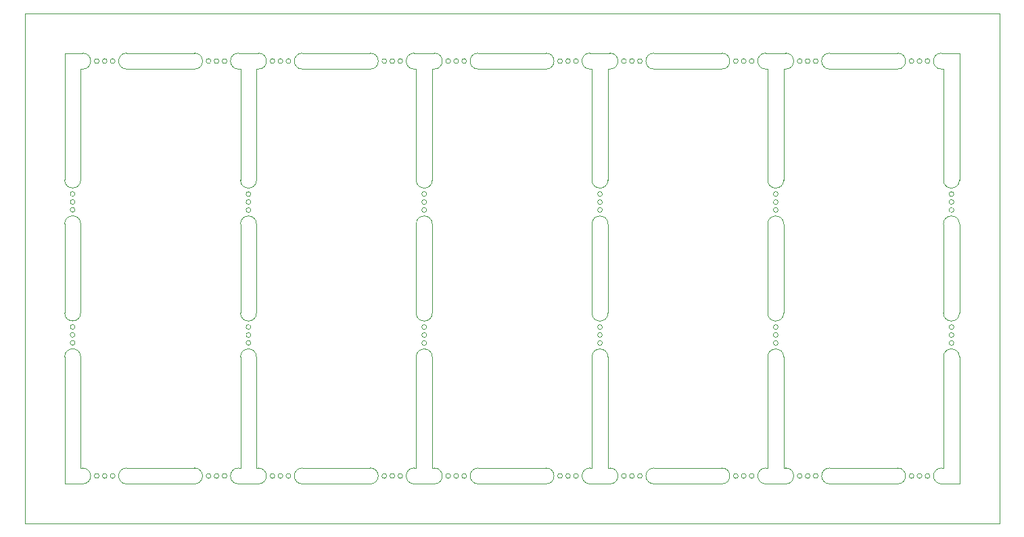
<source format=gm1>
%TF.GenerationSoftware,KiCad,Pcbnew,7.0.1*%
%TF.CreationDate,2023-10-09T01:52:19+02:00*%
%TF.ProjectId,current_probe,63757272-656e-4745-9f70-726f62652e6b,rev?*%
%TF.SameCoordinates,Original*%
%TF.FileFunction,Profile,NP*%
%FSLAX46Y46*%
G04 Gerber Fmt 4.6, Leading zero omitted, Abs format (unit mm)*
G04 Created by KiCad (PCBNEW 7.0.1) date 2023-10-09 01:52:19*
%MOMM*%
%LPD*%
G01*
G04 APERTURE LIST*
%TA.AperFunction,Profile*%
%ADD10C,0.100000*%
%TD*%
G04 APERTURE END LIST*
D10*
X147999978Y-96000000D02*
X147999851Y-109916554D01*
X146300800Y-94999400D02*
G75*
G03*
X146300800Y-94999400I-300000J0D01*
G01*
X166300647Y-146999253D02*
G75*
G03*
X166300647Y-146999253I-300000J0D01*
G01*
X191999807Y-109916554D02*
G75*
G03*
X193999807Y-109916554I1000000J0D01*
G01*
X105289500Y-128320400D02*
G75*
G03*
X105289500Y-128320400I-300000J0D01*
G01*
X142250800Y-95999400D02*
G75*
G03*
X142250800Y-93999400I0J1000000D01*
G01*
X128250000Y-96000000D02*
G75*
G03*
X128250000Y-94000000I0J1000000D01*
G01*
X197299803Y-146999853D02*
G75*
G03*
X197299803Y-146999853I-300000J0D01*
G01*
X105989500Y-132070400D02*
G75*
G03*
X103989500Y-132070400I-1000000J0D01*
G01*
X147999851Y-132083204D02*
X148000669Y-145999253D01*
X120250691Y-147999347D02*
G75*
G03*
X120250691Y-145999253I9J1000047D01*
G01*
X120250000Y-94000000D02*
X111749200Y-94000600D01*
X131299869Y-146999853D02*
G75*
G03*
X131299869Y-146999853I-300000J0D01*
G01*
X106249200Y-94000600D02*
X103999200Y-94000600D01*
X213750603Y-147999253D02*
X216000603Y-147999253D01*
X215999784Y-145999854D02*
X215999785Y-132083204D01*
X105289500Y-129320400D02*
G75*
G03*
X105289500Y-129320400I-300000J0D01*
G01*
X190300800Y-94999400D02*
G75*
G03*
X190300800Y-94999400I-300000J0D01*
G01*
X127299873Y-129333204D02*
G75*
G03*
X127299873Y-129333204I-300000J0D01*
G01*
X130300000Y-95000000D02*
G75*
G03*
X130300000Y-95000000I-300000J0D01*
G01*
X213750800Y-93999400D02*
G75*
G03*
X213750800Y-95999400I0J-1000000D01*
G01*
X133750000Y-94000000D02*
X142250800Y-93999400D01*
X186250800Y-95999400D02*
X177750000Y-96000000D01*
X199749803Y-145999853D02*
X208250603Y-145999253D01*
X208250800Y-95999400D02*
G75*
G03*
X208250800Y-93999400I0J1000000D01*
G01*
X168300800Y-94999400D02*
G75*
G03*
X168300800Y-94999400I-300000J0D01*
G01*
X109299200Y-95000600D02*
G75*
G03*
X109299200Y-95000600I-300000J0D01*
G01*
X189300625Y-146999253D02*
G75*
G03*
X189300625Y-146999253I-300000J0D01*
G01*
X110299891Y-146999853D02*
G75*
G03*
X110299891Y-146999853I-300000J0D01*
G01*
X216000000Y-94000000D02*
X213750800Y-93999400D01*
X196300000Y-95000000D02*
G75*
G03*
X196300000Y-95000000I-300000J0D01*
G01*
X147999851Y-126583204D02*
G75*
G03*
X149999851Y-126583204I1000000J0D01*
G01*
X177750000Y-94000000D02*
X186250800Y-93999400D01*
X169750800Y-93999906D02*
G75*
G03*
X169750800Y-95998894I0J-999494D01*
G01*
X150250000Y-96000000D02*
X149999850Y-95999904D01*
X171999829Y-132083204D02*
G75*
G03*
X169999829Y-132083204I-1000000J0D01*
G01*
X215299785Y-113666554D02*
G75*
G03*
X215299785Y-113666554I-300000J0D01*
G01*
X171299829Y-130333204D02*
G75*
G03*
X171299829Y-130333204I-300000J0D01*
G01*
X186250625Y-147999347D02*
G75*
G03*
X186250625Y-145999253I-25J1000047D01*
G01*
X196299803Y-146999853D02*
G75*
G03*
X196299803Y-146999853I-300000J0D01*
G01*
X149299851Y-113666554D02*
G75*
G03*
X149299851Y-113666554I-300000J0D01*
G01*
X193299807Y-112666554D02*
G75*
G03*
X193299807Y-112666554I-300000J0D01*
G01*
X171999828Y-145999854D02*
X171999829Y-132083204D01*
X191750625Y-145999347D02*
G75*
G03*
X191750625Y-147999253I-25J-999953D01*
G01*
X133749869Y-145999947D02*
G75*
G03*
X133749869Y-147999853I31J-999953D01*
G01*
X177749825Y-147999853D02*
X186250625Y-147999253D01*
X215299785Y-130333204D02*
G75*
G03*
X215299785Y-130333204I-300000J0D01*
G01*
X149299851Y-112666554D02*
G75*
G03*
X149299851Y-112666554I-300000J0D01*
G01*
X125750000Y-94000000D02*
X128250000Y-94000000D01*
X169750647Y-147999253D02*
X172250644Y-147999254D01*
X186250800Y-95999400D02*
G75*
G03*
X186250800Y-93999400I0J1000000D01*
G01*
X169999829Y-126583204D02*
G75*
G03*
X171999829Y-126583204I1000000J0D01*
G01*
X111749891Y-145999947D02*
G75*
G03*
X111749891Y-147999853I9J-999953D01*
G01*
X149999850Y-145999854D02*
X149999851Y-132083204D01*
X130299869Y-146999853D02*
G75*
G03*
X130299869Y-146999853I-300000J0D01*
G01*
X106249200Y-96000600D02*
G75*
G03*
X106249200Y-94000600I0J1000000D01*
G01*
X191999934Y-96000000D02*
X191999807Y-109916554D01*
X191750800Y-93999400D02*
G75*
G03*
X191750800Y-95999400I0J-1000000D01*
G01*
X213999912Y-96000000D02*
X213999785Y-109916554D01*
X125999873Y-109916554D02*
G75*
G03*
X127999873Y-109916554I1000000J0D01*
G01*
X177750000Y-94000000D02*
G75*
G03*
X177750000Y-96000000I0J-1000000D01*
G01*
X155749847Y-145999947D02*
G75*
G03*
X155749847Y-147999853I-47J-999953D01*
G01*
X191999807Y-115416554D02*
X191999807Y-126583204D01*
X191750800Y-93999400D02*
X194250000Y-94000000D01*
X123300000Y-95000000D02*
G75*
G03*
X123300000Y-95000000I-300000J0D01*
G01*
X125750000Y-96000000D02*
X126000000Y-96000000D01*
X144300669Y-146999253D02*
G75*
G03*
X144300669Y-146999253I-300000J0D01*
G01*
X155749847Y-145999853D02*
X164250647Y-145999253D01*
X213999786Y-145999854D02*
X213750603Y-145999253D01*
X211300800Y-94999400D02*
G75*
G03*
X211300800Y-94999400I-300000J0D01*
G01*
X124300691Y-146999253D02*
G75*
G03*
X124300691Y-146999253I-300000J0D01*
G01*
X103989500Y-115405400D02*
X103989500Y-126570400D01*
X149999851Y-109916554D02*
X149999850Y-95999904D01*
X122300691Y-146999253D02*
G75*
G03*
X122300691Y-146999253I-300000J0D01*
G01*
X127999872Y-95999904D02*
X128250000Y-96000000D01*
X131300000Y-95000000D02*
G75*
G03*
X131300000Y-95000000I-300000J0D01*
G01*
X152300000Y-95000000D02*
G75*
G03*
X152300000Y-95000000I-300000J0D01*
G01*
X127299873Y-112666554D02*
G75*
G03*
X127299873Y-112666554I-300000J0D01*
G01*
X147750669Y-147999253D02*
X150249847Y-147999853D01*
X148000000Y-96000000D02*
X147750800Y-96000000D01*
X166300800Y-94999400D02*
G75*
G03*
X166300800Y-94999400I-300000J0D01*
G01*
X103999896Y-147999852D02*
X106249891Y-147999853D01*
X171999829Y-109916554D02*
X171999828Y-95999904D01*
X212300800Y-94999400D02*
G75*
G03*
X212300800Y-94999400I-300000J0D01*
G01*
X193299807Y-113666554D02*
G75*
G03*
X193299807Y-113666554I-300000J0D01*
G01*
X199749803Y-145999947D02*
G75*
G03*
X199749803Y-147999853I-3J-999953D01*
G01*
X150249847Y-147999947D02*
G75*
G03*
X150249847Y-145999853I-47J1000047D01*
G01*
X199749803Y-147999853D02*
X208250603Y-147999253D01*
X215299785Y-129333204D02*
G75*
G03*
X215299785Y-129333204I-300000J0D01*
G01*
X169999830Y-96000096D02*
X169750800Y-95999496D01*
X142250669Y-147999347D02*
G75*
G03*
X142250669Y-145999253I31J1000047D01*
G01*
X215299785Y-128333204D02*
G75*
G03*
X215299785Y-128333204I-300000J0D01*
G01*
X125750000Y-94000000D02*
G75*
G03*
X125750000Y-96000000I0J-1000000D01*
G01*
X125750691Y-145999347D02*
G75*
G03*
X125750691Y-147999253I9J-999953D01*
G01*
X192000625Y-145999253D02*
X191750625Y-145999253D01*
X168300647Y-146999253D02*
G75*
G03*
X168300647Y-146999253I-300000J0D01*
G01*
X198299803Y-146999853D02*
G75*
G03*
X198299803Y-146999853I-300000J0D01*
G01*
X175299825Y-146999853D02*
G75*
G03*
X175299825Y-146999853I-300000J0D01*
G01*
X169999829Y-115416554D02*
X169999829Y-126583204D01*
X167300800Y-94999400D02*
G75*
G03*
X167300800Y-94999400I-300000J0D01*
G01*
X105289500Y-111655400D02*
G75*
G03*
X105289500Y-111655400I-300000J0D01*
G01*
X169999829Y-132083204D02*
X169999830Y-145999854D01*
X147999851Y-109916554D02*
G75*
G03*
X149999851Y-109916554I1000000J0D01*
G01*
X215999785Y-132083204D02*
G75*
G03*
X213999785Y-132083204I-1000000J0D01*
G01*
X213999785Y-115416554D02*
X213999785Y-126583204D01*
X147750800Y-93998800D02*
G75*
G03*
X147750800Y-96000000I0J-1000600D01*
G01*
X191999807Y-126583204D02*
G75*
G03*
X193999807Y-126583204I1000000J0D01*
G01*
X120250000Y-96000000D02*
G75*
G03*
X120250000Y-94000000I0J1000000D01*
G01*
X188300625Y-146999253D02*
G75*
G03*
X188300625Y-146999253I-300000J0D01*
G01*
X126000691Y-145999253D02*
X125750691Y-145999253D01*
X189300800Y-94999400D02*
G75*
G03*
X189300800Y-94999400I-300000J0D01*
G01*
X171999829Y-126583204D02*
X171999829Y-115416554D01*
X216000603Y-147999253D02*
X215999784Y-145999854D01*
X124300000Y-95000000D02*
G75*
G03*
X124300000Y-95000000I-300000J0D01*
G01*
X108299200Y-95000600D02*
G75*
G03*
X108299200Y-95000600I-300000J0D01*
G01*
X194249803Y-145999853D02*
X193999806Y-145999854D01*
X149299851Y-111666554D02*
G75*
G03*
X149299851Y-111666554I-300000J0D01*
G01*
X133749869Y-145999853D02*
X142250669Y-145999253D01*
X125999873Y-126583204D02*
G75*
G03*
X127999873Y-126583204I1000000J0D01*
G01*
X103989500Y-132070400D02*
X103999896Y-147666519D01*
X210300603Y-146999253D02*
G75*
G03*
X210300603Y-146999253I-300000J0D01*
G01*
X155750000Y-94000000D02*
X164250800Y-93999400D01*
X132299869Y-146999853D02*
G75*
G03*
X132299869Y-146999853I-300000J0D01*
G01*
X215999785Y-126583204D02*
X215999785Y-115416554D01*
X146300669Y-146999253D02*
G75*
G03*
X146300669Y-146999253I-300000J0D01*
G01*
X142250800Y-95999400D02*
X133750000Y-96000000D01*
X149299851Y-128333204D02*
G75*
G03*
X149299851Y-128333204I-300000J0D01*
G01*
X149299851Y-129333204D02*
G75*
G03*
X149299851Y-129333204I-300000J0D01*
G01*
X106249891Y-145999853D02*
X105999891Y-145999853D01*
X154300000Y-95000000D02*
G75*
G03*
X154300000Y-95000000I-300000J0D01*
G01*
X153299847Y-146999853D02*
G75*
G03*
X153299847Y-146999853I-300000J0D01*
G01*
X126000000Y-96000000D02*
X125999873Y-109916554D01*
X147750669Y-145999347D02*
G75*
G03*
X147750669Y-147999253I31J-999953D01*
G01*
X171999828Y-95999904D02*
X172250000Y-96000000D01*
X172250000Y-96000000D02*
G75*
G03*
X172250000Y-94000000I0J1000000D01*
G01*
X191750625Y-147999253D02*
X194250622Y-147999254D01*
X212300603Y-146999253D02*
G75*
G03*
X212300603Y-146999253I-300000J0D01*
G01*
X150249847Y-145999853D02*
X149999850Y-145999854D01*
X147999851Y-115416554D02*
X147999851Y-126583204D01*
X174300000Y-95000000D02*
G75*
G03*
X174300000Y-95000000I-300000J0D01*
G01*
X127299873Y-130333204D02*
G75*
G03*
X127299873Y-130333204I-300000J0D01*
G01*
X171299829Y-128333204D02*
G75*
G03*
X171299829Y-128333204I-300000J0D01*
G01*
X111749891Y-147999853D02*
X120250691Y-147999253D01*
X199750000Y-96000000D02*
X208250800Y-95999400D01*
X128249869Y-145999853D02*
X127999872Y-145999854D01*
X164250647Y-147999347D02*
G75*
G03*
X164250647Y-145999253I-47J1000047D01*
G01*
X215299785Y-112666554D02*
G75*
G03*
X215299785Y-112666554I-300000J0D01*
G01*
X127299873Y-113666554D02*
G75*
G03*
X127299873Y-113666554I-300000J0D01*
G01*
X167300647Y-146999253D02*
G75*
G03*
X167300647Y-146999253I-300000J0D01*
G01*
X108299891Y-146999853D02*
G75*
G03*
X108299891Y-146999853I-300000J0D01*
G01*
X176299825Y-146999853D02*
G75*
G03*
X176299825Y-146999853I-300000J0D01*
G01*
X153300000Y-95000000D02*
G75*
G03*
X153300000Y-95000000I-300000J0D01*
G01*
X144300800Y-94999400D02*
G75*
G03*
X144300800Y-94999400I-300000J0D01*
G01*
X191999808Y-132083204D02*
X191999808Y-145999854D01*
X213999785Y-109916554D02*
G75*
G03*
X215999785Y-109916554I1000000J0D01*
G01*
X210300800Y-94999400D02*
G75*
G03*
X210300800Y-94999400I-300000J0D01*
G01*
X213999785Y-126583204D02*
G75*
G03*
X215999785Y-126583204I1000000J0D01*
G01*
X109299891Y-146999853D02*
G75*
G03*
X109299891Y-146999853I-300000J0D01*
G01*
X106249891Y-147999947D02*
G75*
G03*
X106249891Y-145999853I9J1000047D01*
G01*
X122300000Y-95000000D02*
G75*
G03*
X122300000Y-95000000I-300000J0D01*
G01*
X171299829Y-129333204D02*
G75*
G03*
X171299829Y-129333204I-300000J0D01*
G01*
X127999873Y-126583204D02*
X127999873Y-115416554D01*
X125999873Y-115416554D02*
X125999873Y-126583204D01*
X213999785Y-132083204D02*
X213999786Y-145999854D01*
X127299873Y-111666554D02*
G75*
G03*
X127299873Y-111666554I-300000J0D01*
G01*
X193999807Y-132083204D02*
G75*
G03*
X191999807Y-132083204I-1000000J0D01*
G01*
X172250000Y-94000000D02*
X169750800Y-93999906D01*
X148000669Y-145999253D02*
X147750669Y-145999253D01*
X105989500Y-109905400D02*
X105999200Y-96000600D01*
X145300800Y-94999400D02*
G75*
G03*
X145300800Y-94999400I-300000J0D01*
G01*
X105289500Y-113655400D02*
G75*
G03*
X105289500Y-113655400I-300000J0D01*
G01*
X193299807Y-130333204D02*
G75*
G03*
X193299807Y-130333204I-300000J0D01*
G01*
X103989500Y-109905400D02*
X103999200Y-94000600D01*
X103989500Y-126570400D02*
G75*
G03*
X105989500Y-126570400I1000000J0D01*
G01*
X123300691Y-146999253D02*
G75*
G03*
X123300691Y-146999253I-300000J0D01*
G01*
X193999807Y-126583204D02*
X193999807Y-115416554D01*
X164250800Y-95999400D02*
X155750000Y-96000000D01*
X194249803Y-147999947D02*
G75*
G03*
X194249803Y-145999853I-3J1000047D01*
G01*
X171999829Y-115416554D02*
G75*
G03*
X169999829Y-115416554I-1000000J0D01*
G01*
X111749200Y-94000600D02*
G75*
G03*
X111749200Y-96000600I0J-1000000D01*
G01*
X149999851Y-115416554D02*
G75*
G03*
X147999851Y-115416554I-1000000J0D01*
G01*
X110299200Y-95000600D02*
G75*
G03*
X110299200Y-95000600I-300000J0D01*
G01*
X127999872Y-145999854D02*
X127999873Y-132083204D01*
X169750647Y-145999347D02*
G75*
G03*
X169750647Y-147999253I-47J-999953D01*
G01*
X191750800Y-95999400D02*
X191999934Y-96000000D01*
X171299829Y-112666554D02*
G75*
G03*
X171299829Y-112666554I-300000J0D01*
G01*
X175300000Y-95000000D02*
G75*
G03*
X175300000Y-95000000I-300000J0D01*
G01*
X213750800Y-95999400D02*
X213999912Y-96000000D01*
X127999873Y-115416554D02*
G75*
G03*
X125999873Y-115416554I-1000000J0D01*
G01*
X98999200Y-89000600D02*
X220999200Y-89000600D01*
X220999200Y-153000600D01*
X98999200Y-153000600D01*
X98999200Y-89000600D01*
X149999851Y-132083204D02*
G75*
G03*
X147999851Y-132083204I-1000000J0D01*
G01*
X199750000Y-94000000D02*
G75*
G03*
X199750000Y-96000000I0J-1000000D01*
G01*
X215999785Y-109916554D02*
X215999784Y-95999904D01*
X169999830Y-96000000D02*
X169999829Y-109916554D01*
X171299829Y-113666554D02*
G75*
G03*
X171299829Y-113666554I-300000J0D01*
G01*
X149299851Y-130333204D02*
G75*
G03*
X149299851Y-130333204I-300000J0D01*
G01*
X169999829Y-109916554D02*
G75*
G03*
X171999829Y-109916554I1000000J0D01*
G01*
X127999873Y-109916554D02*
X127999872Y-95999904D01*
X190300625Y-146999253D02*
G75*
G03*
X190300625Y-146999253I-300000J0D01*
G01*
X103999896Y-147666519D02*
X103999896Y-147999852D01*
X125999873Y-132083204D02*
X125999874Y-145999854D01*
X105289500Y-130320400D02*
G75*
G03*
X105289500Y-130320400I-300000J0D01*
G01*
X105289500Y-112655400D02*
G75*
G03*
X105289500Y-112655400I-300000J0D01*
G01*
X149999851Y-126583204D02*
X149999851Y-115416554D01*
X105999200Y-96000600D02*
X106249200Y-96000600D01*
X208250603Y-147999347D02*
G75*
G03*
X208250603Y-145999253I-3J1000047D01*
G01*
X155750000Y-94000000D02*
G75*
G03*
X155750000Y-96000000I0J-1000000D01*
G01*
X150250000Y-96000000D02*
G75*
G03*
X150250000Y-94000000I0J1000000D01*
G01*
X105989500Y-115405400D02*
G75*
G03*
X103989500Y-115405400I-1000000J0D01*
G01*
X188300800Y-94999400D02*
G75*
G03*
X188300800Y-94999400I-300000J0D01*
G01*
X105989500Y-126570400D02*
X105989500Y-115405400D01*
X211300603Y-146999253D02*
G75*
G03*
X211300603Y-146999253I-300000J0D01*
G01*
X155749847Y-147999853D02*
X164250647Y-147999253D01*
X215299785Y-111666554D02*
G75*
G03*
X215299785Y-111666554I-300000J0D01*
G01*
X193299807Y-129333204D02*
G75*
G03*
X193299807Y-129333204I-300000J0D01*
G01*
X170000647Y-145999253D02*
X169750647Y-145999253D01*
X193999807Y-109916554D02*
X193999806Y-95999904D01*
X111749200Y-96000600D02*
X120250000Y-96000000D01*
X120250691Y-145999253D02*
X111749891Y-145999853D01*
X177749825Y-145999853D02*
X186250625Y-145999253D01*
X177749825Y-145999947D02*
G75*
G03*
X177749825Y-147999853I-25J-999953D01*
G01*
X171299829Y-111666554D02*
G75*
G03*
X171299829Y-111666554I-300000J0D01*
G01*
X174299825Y-146999853D02*
G75*
G03*
X174299825Y-146999853I-300000J0D01*
G01*
X103989500Y-109905400D02*
G75*
G03*
X105989500Y-109905400I1000000J0D01*
G01*
X198300000Y-95000000D02*
G75*
G03*
X198300000Y-95000000I-300000J0D01*
G01*
X132300000Y-95000000D02*
G75*
G03*
X132300000Y-95000000I-300000J0D01*
G01*
X147750800Y-93999400D02*
X150250000Y-94000000D01*
X127999873Y-132083204D02*
G75*
G03*
X125999873Y-132083204I-1000000J0D01*
G01*
X145300669Y-146999253D02*
G75*
G03*
X145300669Y-146999253I-300000J0D01*
G01*
X125750691Y-147999253D02*
X128250688Y-147999254D01*
X172249825Y-147999947D02*
G75*
G03*
X172249825Y-145999853I-25J1000047D01*
G01*
X194250000Y-95999904D02*
G75*
G03*
X194250000Y-94000096I0J999904D01*
G01*
X193299807Y-111666554D02*
G75*
G03*
X193299807Y-111666554I-300000J0D01*
G01*
X127299873Y-128333204D02*
G75*
G03*
X127299873Y-128333204I-300000J0D01*
G01*
X197300000Y-95000000D02*
G75*
G03*
X197300000Y-95000000I-300000J0D01*
G01*
X164250800Y-95999400D02*
G75*
G03*
X164250800Y-93999400I0J1000000D01*
G01*
X215999785Y-115416554D02*
G75*
G03*
X213999785Y-115416554I-1000000J0D01*
G01*
X133749869Y-147999853D02*
X142250669Y-147999253D01*
X154299847Y-146999853D02*
G75*
G03*
X154299847Y-146999853I-300000J0D01*
G01*
X208250800Y-93999400D02*
X199750000Y-94000000D01*
X176300000Y-95000000D02*
G75*
G03*
X176300000Y-95000000I-300000J0D01*
G01*
X193999806Y-145999854D02*
X193999807Y-132083204D01*
X128249869Y-147999947D02*
G75*
G03*
X128249869Y-145999853I31J1000047D01*
G01*
X133750000Y-94000000D02*
G75*
G03*
X133750000Y-96000000I0J-1000000D01*
G01*
X194250000Y-95999904D02*
X193999806Y-95999904D01*
X193299807Y-128333204D02*
G75*
G03*
X193299807Y-128333204I-300000J0D01*
G01*
X213750603Y-145999347D02*
G75*
G03*
X213750603Y-147999253I-3J-999953D01*
G01*
X215999784Y-95999904D02*
X216000000Y-94000000D01*
X193999807Y-115416554D02*
G75*
G03*
X191999807Y-115416554I-1000000J0D01*
G01*
X172249825Y-145999853D02*
X171999828Y-145999854D01*
X152299847Y-146999853D02*
G75*
G03*
X152299847Y-146999853I-300000J0D01*
G01*
X105999894Y-145999854D02*
X105989500Y-132070400D01*
M02*

</source>
